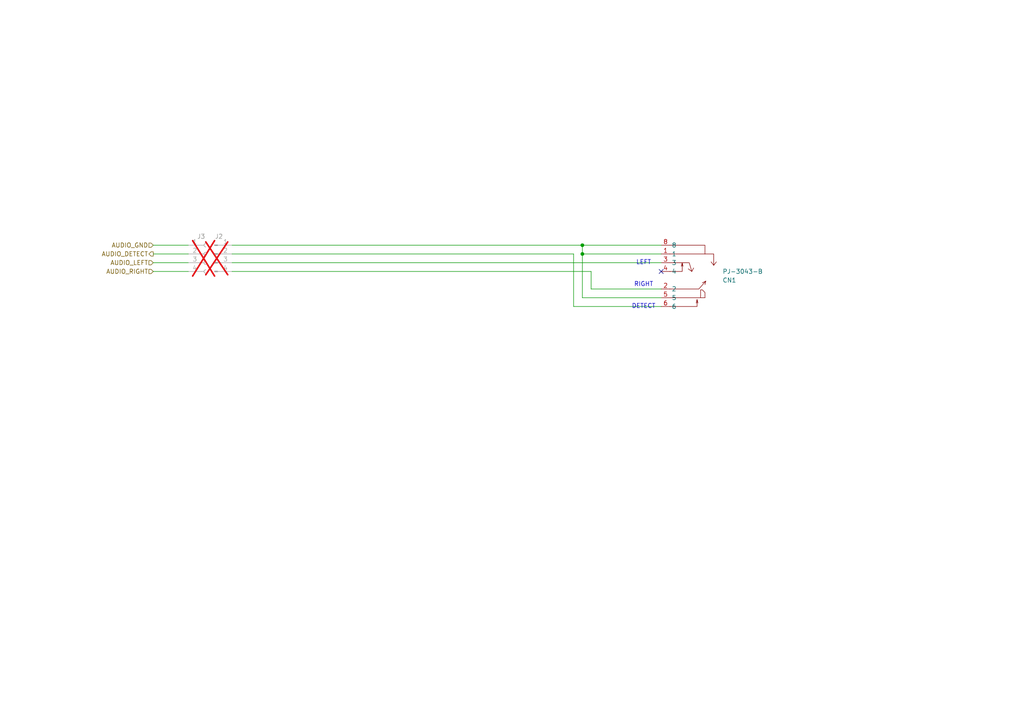
<source format=kicad_sch>
(kicad_sch (version 20231120) (generator "eeschema") (generator_version "8.0")
  (paper "A4")
  (lib_symbols
    (symbol "Connector:Conn_01x04_Pin" (pin_names (offset 1.016) hide)
      (property "Reference" "J" (at 0 5.08 0))
      (property "Value" "Conn_01x04_Pin" (at 0 -7.62 0))
      (symbol "Conn_01x04_Pin_1_1"
        (polyline (pts (xy 1.27 -5.08) (xy 0.8636 -5.08)) (stroke (width 0.1524)))
        (polyline (pts (xy 1.27 -2.54) (xy 0.8636 -2.54)) (stroke (width 0.1524)))
        (polyline (pts (xy 1.27 0) (xy 0.8636 0)) (stroke (width 0.1524)))
        (polyline (pts (xy 1.27 2.54) (xy 0.8636 2.54)) (stroke (width 0.1524)))
        (rectangle (start 0.8636 -4.953) (end 0 -5.207) (stroke (width 0.1524)) (fill (type outline)))
        (rectangle (start 0.8636 -2.413) (end 0 -2.667) (stroke (width 0.1524)) (fill (type outline)))
        (rectangle (start 0.8636 0.127) (end 0 -0.127) (stroke (width 0.1524)) (fill (type outline)))
        (rectangle (start 0.8636 2.667) (end 0 2.413) (stroke (width 0.1524)) (fill (type outline)))
        (pin passive line (at 5.08 2.54 180) (length 3.81) (name "Pin_1") (number "1"))
        (pin passive line (at 5.08 0 180) (length 3.81) (name "Pin_2") (number "2"))
        (pin passive line (at 5.08 -2.54 180) (length 3.81) (name "Pin_3") (number "3"))
        (pin passive line (at 5.08 -5.08 180) (length 3.81) (name "Pin_4") (number "4"))
      )
    )
    (symbol "Connector:Conn_01x04_Socket" (pin_names (offset 1.016) hide)
      (property "Reference" "J" (at 0 5.08 0))
      (property "Value" "Conn_01x04_Socket" (at 0 -7.62 0))
      (symbol "Conn_01x04_Socket_1_1"
        (arc (start 0 -4.572) (mid -0.5058 -5.08) (end 0 -5.588) (stroke (width 0.1524)))
        (arc (start 0 -2.032) (mid -0.5058 -2.54) (end 0 -3.048) (stroke (width 0.1524)))
        (polyline (pts (xy -1.27 -5.08) (xy -0.508 -5.08)) (stroke (width 0.1524)))
        (polyline (pts (xy -1.27 -2.54) (xy -0.508 -2.54)) (stroke (width 0.1524)))
        (polyline (pts (xy -1.27 0) (xy -0.508 0)) (stroke (width 0.1524)))
        (polyline (pts (xy -1.27 2.54) (xy -0.508 2.54)) (stroke (width 0.1524)))
        (arc (start 0 0.508) (mid -0.5058 0) (end 0 -0.508) (stroke (width 0.1524)))
        (arc (start 0 3.048) (mid -0.5058 2.54) (end 0 2.032) (stroke (width 0.1524)))
        (pin passive line (at -5.08 2.54 0) (length 3.81) (name "Pin_1") (number "1"))
        (pin passive line (at -5.08 0 0) (length 3.81) (name "Pin_2") (number "2"))
        (pin passive line (at -5.08 -2.54 0) (length 3.81) (name "Pin_3") (number "3"))
        (pin passive line (at -5.08 -5.08 0) (length 3.81) (name "Pin_4") (number "4"))
      )
    )
    (symbol "easyeda2kicad:PJ-3043-B"
      (property "Reference" "CN" (at 0 15.24 0))
      (property "Value" "PJ-3043-B" (at 0 -12.7 0))
      (symbol "PJ-3043-B_0_1"
        (polyline (pts (xy -7.62 4.32) (xy -8.38 5.33)))
        (polyline (pts (xy -7.62 4.32) (xy -6.86 5.33)))
        (polyline (pts (xy -5.33 -0.25) (xy -4.32 -0.76)))
        (polyline (pts (xy -2.79 -5.59) (xy -2.54 -6.6)))
        (polyline (pts (xy -1.27 2.54) (xy -1.78 3.56)))
        (polyline (pts (xy 1.52 5.08) (xy 1.27 4.06)))
        (polyline (pts (xy 5.08 -5.08) (xy -4.32 -5.08) (xy -5.08 -5.08)))
        (polyline (pts (xy 5.08 7.62) (xy -7.62 7.62) (xy -7.62 4.32)))
        (polyline (pts (xy 5.08 10.16) (xy -5.08 10.16) (xy -5.08 7.62)))
        (polyline (pts (xy 5.08 -7.62) (xy -2.79 -7.62) (xy -2.79 -5.59) (xy -3.05 -6.6)))
        (polyline (pts (xy 5.08 -2.54) (xy -3.3 -2.54) (xy -5.33 -0.25) (xy -5.08 -1.27)))
        (polyline (pts (xy 5.08 2.54) (xy 1.52 2.54) (xy 1.52 5.08) (xy 1.78 4.06)))
        (polyline (pts (xy 5.08 5.08) (xy -0.51 5.08) (xy -1.27 2.54) (xy -0.25 3.3)))
        (polyline (pts (xy -5.08 -5.08) (xy -5.08 -3.56) (xy -4.32 -2.79) (xy -3.81 -2.79) (xy -3.81 -5.08)))
        (pin unspecified line (at 7.62 7.62 180) (length 2.54) (name "1") (number "1"))
        (pin unspecified line (at 7.62 -2.54 180) (length 2.54) (name "2") (number "2"))
        (pin unspecified line (at 7.62 5.08 180) (length 2.54) (name "3") (number "3"))
        (pin unspecified line (at 7.62 2.54 180) (length 2.54) (name "4") (number "4"))
        (pin unspecified line (at 7.62 -5.08 180) (length 2.54) (name "5") (number "5"))
        (pin unspecified line (at 7.62 -7.62 180) (length 2.54) (name "6") (number "6"))
        (pin unspecified line (at 7.62 10.16 180) (length 2.54) (name "8") (number "8"))
      )
    )
  )
  (junction (at 168.91 73.66))
  (junction (at 168.91 71.12))
  (no_connect (at 191.77 78.74))
  (wire (pts (xy 168.91 73.66) (xy 191.77 73.66)))
  (wire (pts (xy 44.45 73.66) (xy 54.61 73.66)))
  (wire (pts (xy 44.45 78.74) (xy 54.61 78.74)))
  (wire (pts (xy 191.77 71.12) (xy 168.91 71.12)))
  (wire (pts (xy 171.45 83.82) (xy 171.45 78.74)))
  (wire (pts (xy 166.37 88.9) (xy 191.77 88.9)))
  (wire (pts (xy 44.45 76.2) (xy 54.61 76.2)))
  (wire (pts (xy 44.45 71.12) (xy 54.61 71.12)))
  (wire (pts (xy 168.91 71.12) (xy 168.91 73.66)))
  (wire (pts (xy 67.31 71.12) (xy 168.91 71.12)))
  (wire (pts (xy 191.77 83.82) (xy 171.45 83.82)))
  (wire (pts (xy 168.91 73.66) (xy 168.91 86.36)))
  (wire (pts (xy 168.91 86.36) (xy 191.77 86.36)))
  (wire (pts (xy 67.31 78.74) (xy 171.45 78.74)))
  (wire (pts (xy 166.37 73.66) (xy 166.37 88.9)))
  (wire (pts (xy 67.31 73.66) (xy 166.37 73.66)))
  (wire (pts (xy 67.31 76.2) (xy 191.77 76.2)))
  (text "DETECT" (at 186.69 88.9 0) (effects (font (size 1.27 1.27))))
  (text "RIGHT" (at 186.69 82.55 0) (effects (font (size 1.27 1.27))))
  (text "LEFT\n" (at 186.69 76.2 0) (effects (font (size 1.27 1.27))))
  (hierarchical_label "AUDIO_GND" (shape input) (at 44.45 71.12 180))
  (hierarchical_label "AUDIO_LEFT" (shape input) (at 44.45 76.2 180))
  (hierarchical_label "AUDIO_DETECT" (shape output) (at 44.45 73.66 180))
  (hierarchical_label "AUDIO_RIGHT" (shape input) (at 44.45 78.74 180))
  (symbol (lib_id "Connector:Conn_01x04_Socket") (at 59.69 73.66 0) (unit 1) (dnp yes)
    (property "Reference" "J3" (at 57.15 68.58 0) (effects (justify left)))
    (property "Value" "Conn_01x04_Socket" (effects (hide yes)))
    (property "Footprint" "Connector_PinHeader_2.00mm:PinHeader_1x04_P2.00mm_Vertical" (effects (hide yes)))
    (property "Description" "Generic connector, single row, 01x04, script generated" (effects (hide yes)))
  )
  (symbol (lib_id "Connector:Conn_01x04_Pin") (at 62.23 73.66 0) (unit 1) (dnp yes)
    (property "Reference" "J2" (at 63.5 68.58 0))
    (property "Value" "Conn_01x04_Pin" (effects (hide yes)))
    (property "Footprint" "Connector_PinHeader_2.00mm:PinHeader_1x04_P2.00mm_Vertical" (effects (hide yes)))
    (property "Description" "Generic connector, single row, 01x04, script generated" (effects (hide yes)))
  )
  (symbol (lib_id "easyeda2kicad:PJ-3043-B") (at 199.39 81.28 0) (mirror y) (unit 1)
    (property "Reference" "CN1" (at 209.55 81.2801 0) (effects (justify right)))
    (property "Value" "PJ-3043-B" (at 209.55 78.7401 0) (effects (justify right)))
    (property "Footprint" "easyeda2kicad:AUDIO-TH_PJ-3043-B" (effects (hide yes)))
    (property "Datasheet" "https://lcsc.com/product-detail/Audio-Video-Connectors_XKB-Connectivity-PJ-3043-B_C2682182.html" (effects (hide yes)))
    (property "LCSC Part" "C2682182" (effects (hide yes)))
    (property "SOURCED" "jop" (effects (hide yes)))
  )
)
</source>
